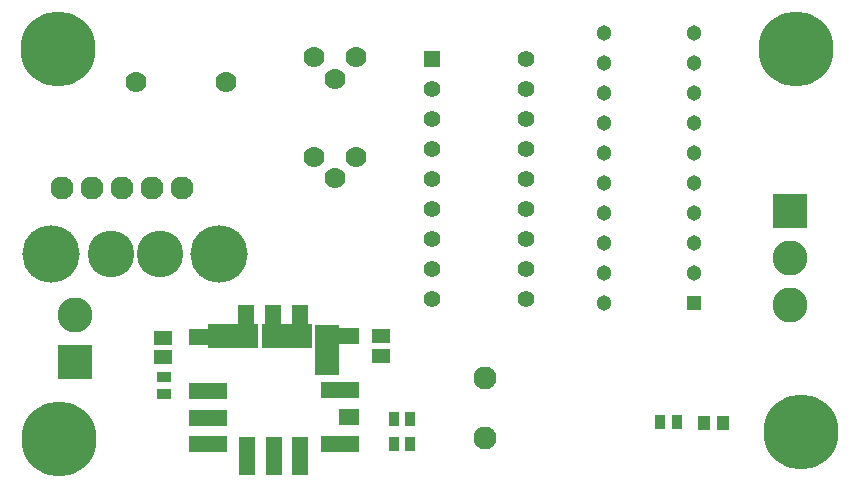
<source format=gts>
G04 EasyPC Gerber Version 21.0.3 Build 4286 *
G04 #@! TF.Part,Single*
G04 #@! TF.FileFunction,Soldermask,Top *
G04 #@! TF.FilePolarity,Negative *
%FSLAX45Y45*%
%MOIN*%
G04 #@! TA.AperFunction,SMDPad*
%ADD95R,0.03559X0.04937*%
%ADD28R,0.04937X0.03559*%
%ADD96R,0.04346X0.04740*%
%ADD94R,0.06472X0.04583*%
%ADD147R,0.06906X0.05724*%
%ADD148R,0.05724X0.12811*%
%ADD146R,0.12811X0.05724*%
%ADD154R,0.07969X0.17024*%
%ADD149R,0.17024X0.07969*%
G04 #@! TA.AperFunction,ComponentPad*
%ADD157R,0.05134X0.05134*%
%ADD155R,0.05563X0.05563*%
%ADD29R,0.11630X0.11630*%
%ADD158C,0.05134*%
%ADD156C,0.05563*%
%ADD74C,0.07000*%
%ADD27C,0.07693*%
%ADD72C,0.11630*%
%ADD160C,0.15567*%
%ADD159C,0.19110*%
G04 #@! TA.AperFunction,WasherPad*
%ADD26C,0.25016*%
X0Y0D02*
D02*
D26*
X26708Y159499D03*
X26917Y29663D03*
X272570Y159499D03*
X274318Y31825D03*
D02*
D27*
X27925Y113446D03*
X37925D03*
X47925D03*
X57925D03*
X67925D03*
X168984Y30062D03*
Y50062D03*
D02*
D28*
X61903Y44749D03*
Y50300D03*
D02*
D29*
X32449Y55413D03*
X270578Y105459D03*
D02*
D72*
X32449Y71004D03*
X270578Y74278D03*
Y89869D03*
D02*
D74*
X52644Y148516D03*
X82565D03*
X111957Y156933D03*
X112082Y123736D03*
X118938Y149772D03*
X119063Y116574D03*
X126060Y156933D03*
X126185Y123736D03*
D02*
D94*
X61653Y56927D03*
Y63384D03*
X134448Y57426D03*
Y63883D03*
D02*
D95*
X138601Y28042D03*
Y36443D03*
X144152Y28042D03*
Y36443D03*
X227336Y35444D03*
X232887D03*
D02*
D96*
X242214Y34945D03*
X248513D03*
D02*
D146*
X76556Y27824D03*
Y63651D03*
X76595Y36722D03*
Y45698D03*
X120572Y28061D03*
X120611Y64006D03*
X120650Y46092D03*
D02*
D147*
X123554Y37076D03*
D02*
D148*
X89548Y67903D03*
X89587Y23848D03*
X98485Y67864D03*
X98603Y23848D03*
X107422Y23809D03*
X107461Y67943D03*
D02*
D149*
X85060Y63887D03*
X103052Y63897D03*
D02*
D154*
X116546Y59370D03*
D02*
D155*
X151361Y156317D03*
D02*
D156*
Y76317D03*
Y86317D03*
Y96317D03*
Y106317D03*
Y116317D03*
Y126317D03*
Y136317D03*
Y146317D03*
X182613Y76317D03*
Y86317D03*
Y96317D03*
Y106317D03*
Y116317D03*
Y126317D03*
Y136317D03*
Y146317D03*
Y156317D03*
D02*
D157*
X238749Y74882D03*
D02*
D158*
X208828D03*
Y84882D03*
Y94882D03*
Y104882D03*
Y114882D03*
Y124882D03*
Y134882D03*
Y144882D03*
Y154882D03*
Y164882D03*
X238749Y84882D03*
Y94882D03*
Y104882D03*
Y114882D03*
Y124882D03*
Y134882D03*
Y144882D03*
Y154882D03*
Y164882D03*
D02*
D159*
X24543Y91356D03*
X80478D03*
D02*
D160*
X44228D03*
X60793D03*
X0Y0D02*
M02*

</source>
